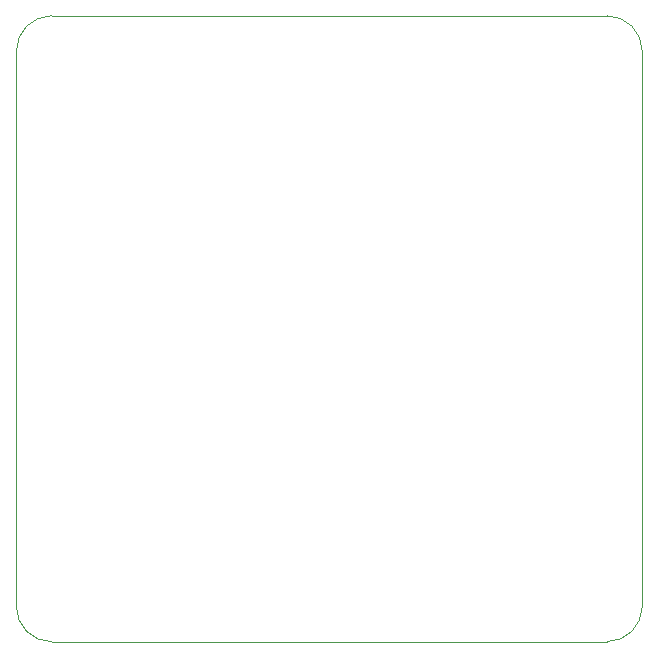
<source format=gbr>
%TF.GenerationSoftware,KiCad,Pcbnew,7.0.9*%
%TF.CreationDate,2024-03-24T12:36:59+01:00*%
%TF.ProjectId,PowerPiNano,506f7765-7250-4694-9e61-6e6f2e6b6963,rev?*%
%TF.SameCoordinates,Original*%
%TF.FileFunction,Profile,NP*%
%FSLAX46Y46*%
G04 Gerber Fmt 4.6, Leading zero omitted, Abs format (unit mm)*
G04 Created by KiCad (PCBNEW 7.0.9) date 2024-03-24 12:36:59*
%MOMM*%
%LPD*%
G01*
G04 APERTURE LIST*
%TA.AperFunction,Profile*%
%ADD10C,0.100000*%
%TD*%
G04 APERTURE END LIST*
D10*
X125000000Y-79000000D02*
G75*
G03*
X122000000Y-82000000I0J-3000000D01*
G01*
X122000000Y-129000000D02*
G75*
G03*
X125000000Y-132000000I3000000J0D01*
G01*
X122000000Y-129000000D02*
X122000000Y-82000000D01*
X175000000Y-82000000D02*
G75*
G03*
X172000000Y-79000000I-3000000J0D01*
G01*
X175000000Y-82000000D02*
X175000000Y-129000000D01*
X172000000Y-132000000D02*
X125000000Y-132000000D01*
X172000000Y-132000000D02*
G75*
G03*
X175000000Y-129000000I0J3000000D01*
G01*
X125000000Y-79000000D02*
X172000000Y-79000000D01*
M02*

</source>
